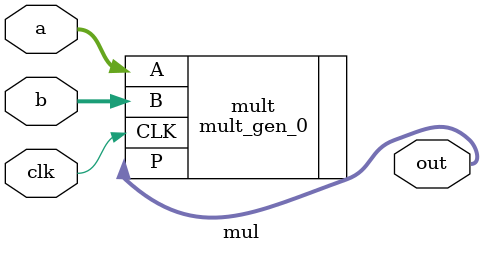
<source format=v>
`timescale 1ns / 1ps


module mul(
    input signed[31:0] a,b,
    input clk,
    output signed[63:0] out
    );
mult_gen_0 mult
  (
    .CLK(clk),
    .A(a),
    .B(b),
    .P(out)
  );

endmodule

</source>
